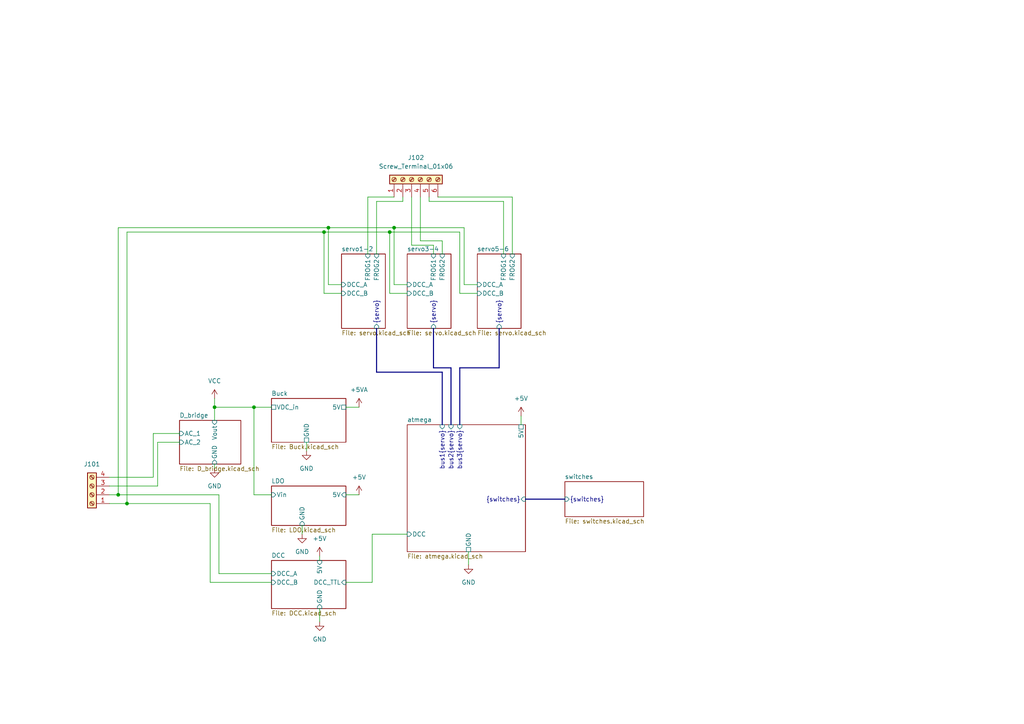
<source format=kicad_sch>
(kicad_sch (version 20230121) (generator eeschema)
  (paper "A4")
  (lib_symbols
    (symbol "Connector:Screw_Terminal_01x04" (pin_names (offset 1.016) hide)
      (property "Reference" "J" (at 0 5.08 0))
      (property "Value" "Screw_Terminal_01x04" (at 0 -7.62 0))
      (symbol "Screw_Terminal_01x04_1_1"
        (rectangle (start -1.27 3.81) (end 1.27 -6.35) (stroke (width 0.254)) (fill (type background)))
        (circle (center 0 -5.08) (radius 0.635) (stroke (width 0.1524)))
        (circle (center 0 -2.54) (radius 0.635) (stroke (width 0.1524)))
        (polyline (pts (xy -0.5334 -4.7498) (xy 0.3302 -5.588)) (stroke (width 0.1524)))
        (polyline (pts (xy -0.5334 -2.2098) (xy 0.3302 -3.048)) (stroke (width 0.1524)))
        (polyline (pts (xy -0.5334 0.3302) (xy 0.3302 -0.508)) (stroke (width 0.1524)))
        (polyline (pts (xy -0.5334 2.8702) (xy 0.3302 2.032)) (stroke (width 0.1524)))
        (polyline (pts (xy -0.3556 -4.572) (xy 0.508 -5.4102)) (stroke (width 0.1524)))
        (polyline (pts (xy -0.3556 -2.032) (xy 0.508 -2.8702)) (stroke (width 0.1524)))
        (polyline (pts (xy -0.3556 0.508) (xy 0.508 -0.3302)) (stroke (width 0.1524)))
        (polyline (pts (xy -0.3556 3.048) (xy 0.508 2.2098)) (stroke (width 0.1524)))
        (circle (center 0 0) (radius 0.635) (stroke (width 0.1524)))
        (circle (center 0 2.54) (radius 0.635) (stroke (width 0.1524)))
        (pin passive line (at -5.08 2.54 0) (length 3.81) (name "Pin_1") (number "1"))
        (pin passive line (at -5.08 0 0) (length 3.81) (name "Pin_2") (number "2"))
        (pin passive line (at -5.08 -2.54 0) (length 3.81) (name "Pin_3") (number "3"))
        (pin passive line (at -5.08 -5.08 0) (length 3.81) (name "Pin_4") (number "4"))
      )
    )
    (symbol "Connector:Screw_Terminal_01x06" (pin_names (offset 1.016) hide)
      (property "Reference" "J" (at 0 7.62 0))
      (property "Value" "Screw_Terminal_01x06" (at 0 -10.16 0))
      (symbol "Screw_Terminal_01x06_1_1"
        (rectangle (start -1.27 6.35) (end 1.27 -8.89) (stroke (width 0.254)) (fill (type background)))
        (circle (center 0 -7.62) (radius 0.635) (stroke (width 0.1524)))
        (circle (center 0 -5.08) (radius 0.635) (stroke (width 0.1524)))
        (circle (center 0 -2.54) (radius 0.635) (stroke (width 0.1524)))
        (polyline (pts (xy -0.5334 -7.2898) (xy 0.3302 -8.128)) (stroke (width 0.1524)))
        (polyline (pts (xy -0.5334 -4.7498) (xy 0.3302 -5.588)) (stroke (width 0.1524)))
        (polyline (pts (xy -0.5334 -2.2098) (xy 0.3302 -3.048)) (stroke (width 0.1524)))
        (polyline (pts (xy -0.5334 0.3302) (xy 0.3302 -0.508)) (stroke (width 0.1524)))
        (polyline (pts (xy -0.5334 2.8702) (xy 0.3302 2.032)) (stroke (width 0.1524)))
        (polyline (pts (xy -0.5334 5.4102) (xy 0.3302 4.572)) (stroke (width 0.1524)))
        (polyline (pts (xy -0.3556 -7.112) (xy 0.508 -7.9502)) (stroke (width 0.1524)))
        (polyline (pts (xy -0.3556 -4.572) (xy 0.508 -5.4102)) (stroke (width 0.1524)))
        (polyline (pts (xy -0.3556 -2.032) (xy 0.508 -2.8702)) (stroke (width 0.1524)))
        (polyline (pts (xy -0.3556 0.508) (xy 0.508 -0.3302)) (stroke (width 0.1524)))
        (polyline (pts (xy -0.3556 3.048) (xy 0.508 2.2098)) (stroke (width 0.1524)))
        (polyline (pts (xy -0.3556 5.588) (xy 0.508 4.7498)) (stroke (width 0.1524)))
        (circle (center 0 0) (radius 0.635) (stroke (width 0.1524)))
        (circle (center 0 2.54) (radius 0.635) (stroke (width 0.1524)))
        (circle (center 0 5.08) (radius 0.635) (stroke (width 0.1524)))
        (pin passive line (at -5.08 5.08 0) (length 3.81) (name "Pin_1") (number "1"))
        (pin passive line (at -5.08 2.54 0) (length 3.81) (name "Pin_2") (number "2"))
        (pin passive line (at -5.08 0 0) (length 3.81) (name "Pin_3") (number "3"))
        (pin passive line (at -5.08 -2.54 0) (length 3.81) (name "Pin_4") (number "4"))
        (pin passive line (at -5.08 -5.08 0) (length 3.81) (name "Pin_5") (number "5"))
        (pin passive line (at -5.08 -7.62 0) (length 3.81) (name "Pin_6") (number "6"))
      )
    )
    (symbol "power:+5V" (power) (pin_names (offset 0))
      (property "Value" "+5V" (at 0 3.556 0))
      (symbol "+5V_0_1"
        (polyline (pts (xy -0.762 1.27) (xy 0 2.54)))
        (polyline (pts (xy 0 0) (xy 0 2.54)))
        (polyline (pts (xy 0 2.54) (xy 0.762 1.27)))
      )
      (symbol "+5V_1_1"
        (pin power_in line (at 0 0 90) (length 0) hide (name "+5V") (number "1"))
      )
    )
    (symbol "power:+5VA" (power) (pin_names (offset 0))
      (property "Value" "+5VA" (at 0 3.556 0))
      (symbol "+5VA_0_1"
        (polyline (pts (xy -0.762 1.27) (xy 0 2.54)))
        (polyline (pts (xy 0 0) (xy 0 2.54)))
        (polyline (pts (xy 0 2.54) (xy 0.762 1.27)))
      )
      (symbol "+5VA_1_1"
        (pin power_in line (at 0 0 90) (length 0) hide (name "+5VA") (number "1"))
      )
    )
    (symbol "power:GND" (power) (pin_names (offset 0))
      (property "Value" "GND" (at 0 -3.81 0))
      (symbol "GND_0_1"
        (polyline (pts (xy 0 0) (xy 0 -1.27) (xy 1.27 -1.27) (xy 0 -2.54) (xy -1.27 -1.27) (xy 0 -1.27)))
      )
      (symbol "GND_1_1"
        (pin power_in line (at 0 0 270) (length 0) hide (name "GND") (number "1"))
      )
    )
    (symbol "power:VCC" (power) (pin_names (offset 0))
      (property "Value" "VCC" (at 0 3.81 0))
      (symbol "VCC_0_1"
        (polyline (pts (xy -0.762 1.27) (xy 0 2.54)))
        (polyline (pts (xy 0 0) (xy 0 2.54)))
        (polyline (pts (xy 0 2.54) (xy 0.762 1.27)))
      )
      (symbol "VCC_1_1"
        (pin power_in line (at 0 0 90) (length 0) hide (name "VCC") (number "1"))
      )
    )
  )
  (bus_alias "servo" (members "pin1" "pin2" "relay1" "relay2"))
  (bus_alias "switches" (members "sw1" "sw2" "sw3" "sw4" "sw5"))
  (junction (at 93.98 67.31))
  (junction (at 114.3 66.04))
  (junction (at 34.29 143.51))
  (junction (at 73.66 118.11))
  (junction (at 36.83 146.05))
  (junction (at 113.03 67.31))
  (junction (at 62.23 118.11))
  (junction (at 95.25 66.04))
  (wire (pts (xy 88.9 128.27) (xy 88.9 130.81)))
  (bus (pts (xy 144.78 106.68) (xy 144.78 95.25)))
  (bus (pts (xy 109.22 107.95) (xy 109.22 95.25)))
  (wire (pts (xy 121.92 69.85) (xy 128.27 69.85)))
  (wire (pts (xy 100.33 143.51) (xy 104.14 143.51)))
  (bus (pts (xy 125.73 95.25) (xy 125.73 106.68)))
  (wire (pts (xy 36.83 146.05) (xy 36.83 67.31)))
  (wire (pts (xy 127 57.15) (xy 148.59 57.15)))
  (wire (pts (xy 107.95 154.94) (xy 118.11 154.94)))
  (wire (pts (xy 124.46 58.42) (xy 146.05 58.42)))
  (wire (pts (xy 119.38 57.15) (xy 119.38 71.12)))
  (wire (pts (xy 114.3 82.55) (xy 114.3 66.04)))
  (wire (pts (xy 93.98 67.31) (xy 113.03 67.31)))
  (wire (pts (xy 63.5 166.37) (xy 78.74 166.37)))
  (wire (pts (xy 60.96 168.91) (xy 78.74 168.91)))
  (wire (pts (xy 99.06 82.55) (xy 95.25 82.55)))
  (wire (pts (xy 118.11 82.55) (xy 114.3 82.55)))
  (wire (pts (xy 148.59 57.15) (xy 148.59 73.66)))
  (wire (pts (xy 44.45 125.73) (xy 52.07 125.73)))
  (wire (pts (xy 62.23 134.62) (xy 62.23 135.89)))
  (wire (pts (xy 125.73 73.66) (xy 125.73 71.12)))
  (wire (pts (xy 138.43 82.55) (xy 134.62 82.55)))
  (wire (pts (xy 31.75 140.97) (xy 45.72 140.97)))
  (wire (pts (xy 73.66 118.11) (xy 73.66 143.51)))
  (wire (pts (xy 92.71 176.53) (xy 92.71 180.34)))
  (bus (pts (xy 152.4 144.78) (xy 163.83 144.78)))
  (wire (pts (xy 133.35 67.31) (xy 133.35 85.09)))
  (wire (pts (xy 31.75 143.51) (xy 34.29 143.51)))
  (wire (pts (xy 116.84 58.42) (xy 109.22 58.42)))
  (wire (pts (xy 121.92 57.15) (xy 121.92 69.85)))
  (wire (pts (xy 31.75 146.05) (xy 36.83 146.05)))
  (wire (pts (xy 106.68 73.66) (xy 106.68 57.15)))
  (wire (pts (xy 93.98 85.09) (xy 93.98 67.31)))
  (wire (pts (xy 63.5 143.51) (xy 63.5 166.37)))
  (wire (pts (xy 73.66 118.11) (xy 78.74 118.11)))
  (wire (pts (xy 60.96 146.05) (xy 60.96 168.91)))
  (wire (pts (xy 134.62 66.04) (xy 114.3 66.04)))
  (wire (pts (xy 109.22 58.42) (xy 109.22 73.66)))
  (wire (pts (xy 106.68 57.15) (xy 114.3 57.15)))
  (wire (pts (xy 73.66 143.51) (xy 78.74 143.51)))
  (wire (pts (xy 95.25 66.04) (xy 34.29 66.04)))
  (bus (pts (xy 133.35 123.19) (xy 133.35 106.68)))
  (wire (pts (xy 62.23 118.11) (xy 73.66 118.11)))
  (wire (pts (xy 34.29 143.51) (xy 63.5 143.51)))
  (bus (pts (xy 125.73 106.68) (xy 130.81 106.68)))
  (wire (pts (xy 124.46 57.15) (xy 124.46 58.42)))
  (wire (pts (xy 100.33 118.11) (xy 104.14 118.11)))
  (wire (pts (xy 62.23 115.57) (xy 62.23 118.11)))
  (wire (pts (xy 62.23 121.92) (xy 62.23 118.11)))
  (wire (pts (xy 146.05 58.42) (xy 146.05 73.66)))
  (wire (pts (xy 31.75 138.43) (xy 44.45 138.43)))
  (wire (pts (xy 36.83 67.31) (xy 93.98 67.31)))
  (wire (pts (xy 45.72 140.97) (xy 45.72 128.27)))
  (wire (pts (xy 99.06 85.09) (xy 93.98 85.09)))
  (wire (pts (xy 125.73 71.12) (xy 119.38 71.12)))
  (wire (pts (xy 134.62 66.04) (xy 134.62 82.55)))
  (wire (pts (xy 151.13 120.65) (xy 151.13 123.19)))
  (wire (pts (xy 107.95 168.91) (xy 107.95 154.94)))
  (wire (pts (xy 45.72 128.27) (xy 52.07 128.27)))
  (bus (pts (xy 133.35 106.68) (xy 144.78 106.68)))
  (bus (pts (xy 130.81 106.68) (xy 130.81 123.19)))
  (wire (pts (xy 113.03 67.31) (xy 113.03 85.09)))
  (wire (pts (xy 36.83 146.05) (xy 60.96 146.05)))
  (wire (pts (xy 92.71 161.29) (xy 92.71 162.56)))
  (wire (pts (xy 135.89 160.02) (xy 135.89 163.83)))
  (wire (pts (xy 34.29 66.04) (xy 34.29 143.51)))
  (bus (pts (xy 128.27 107.95) (xy 109.22 107.95)))
  (wire (pts (xy 95.25 82.55) (xy 95.25 66.04)))
  (bus (pts (xy 128.27 123.19) (xy 128.27 107.95)))
  (wire (pts (xy 113.03 85.09) (xy 118.11 85.09)))
  (wire (pts (xy 100.33 168.91) (xy 107.95 168.91)))
  (wire (pts (xy 128.27 69.85) (xy 128.27 73.66)))
  (wire (pts (xy 44.45 138.43) (xy 44.45 125.73)))
  (wire (pts (xy 114.3 66.04) (xy 95.25 66.04)))
  (wire (pts (xy 133.35 85.09) (xy 138.43 85.09)))
  (wire (pts (xy 87.63 152.4) (xy 87.63 154.94)))
  (wire (pts (xy 113.03 67.31) (xy 133.35 67.31)))
  (wire (pts (xy 116.84 57.15) (xy 116.84 58.42)))
  (symbol (lib_id "power:GND") (at 135.89 163.83 0) (unit 1)
    (property "Reference" "#PWR0108" (effects hide))
    (property "Value" "GND" (at 135.89 168.91 0))
  )
  (symbol (lib_id "power:+5V") (at 151.13 120.65 0) (unit 1)
    (property "Reference" "#PWR0109" (effects hide))
    (property "Value" "+5V" (at 151.13 115.57 0))
  )
  (symbol (lib_id "power:GND") (at 92.71 180.34 0) (unit 1)
    (property "Reference" "#PWR0105" (effects hide))
    (property "Value" "GND" (at 92.71 185.42 0))
  )
  (symbol (lib_id "power:+5V") (at 92.71 161.29 0) (unit 1)
    (property "Reference" "#PWR0104" (effects hide))
    (property "Value" "+5V" (at 92.71 156.21 0))
  )
  (symbol (lib_id "power:+5V") (at 104.14 143.51 0) (unit 1)
    (property "Reference" "#PWR0102" (effects hide))
    (property "Value" "+5V" (at 104.14 138.43 0))
  )
  (symbol (lib_id "power:GND") (at 87.63 154.94 0) (unit 1)
    (property "Reference" "#PWR0106" (effects hide))
    (property "Value" "GND" (at 87.63 160.02 0))
  )
  (symbol (lib_id "Connector:Screw_Terminal_01x06") (at 119.38 52.07 90) (unit 1)
    (property "Reference" "J102" (at 120.65 45.72 90))
    (property "Value" "Screw_Terminal_01x06" (at 120.65 48.26 90))
    (property "Footprint" "TerminalBlock_Phoenix:TerminalBlock_Phoenix_MKDS-1,5-6-5.08_1x06_P5.08mm_Horizontal" (effects hide))
    (property "JLCPCB Part#" "C2915642" (effects hide))
  )
  (symbol (lib_id "power:GND") (at 62.23 135.89 0) (unit 1)
    (property "Reference" "#PWR0110" (effects hide))
    (property "Value" "GND" (at 62.23 140.97 0))
  )
  (symbol (lib_id "power:+5VA") (at 104.14 118.11 0) (unit 1)
    (property "Reference" "#PWR0103" (effects hide))
    (property "Value" "+5VA" (at 104.14 113.03 0))
  )
  (symbol (lib_id "Connector:Screw_Terminal_01x04") (at 26.67 143.51 180) (unit 1)
    (property "Reference" "J101" (at 26.67 134.62 0))
    (property "Value" "Screw_Terminal_01x04" (effects hide))
    (property "Footprint" "TerminalBlock_Phoenix:TerminalBlock_Phoenix_MKDS-1,5-4-5.08_1x04_P5.08mm_Horizontal" (effects hide))
    (property "JLCPCB Part#" "C2827883" (effects hide))
  )
  (symbol (lib_id "power:VCC") (at 62.23 115.57 0) (unit 1)
    (property "Reference" "#PWR0101" (effects hide))
    (property "Value" "VCC" (at 62.23 110.49 0))
  )
  (symbol (lib_id "power:GND") (at 88.9 130.81 0) (unit 1)
    (property "Reference" "#PWR0107" (effects hide))
    (property "Value" "GND" (at 88.9 135.89 0))
  )
  (sheet (at 99.06 73.66) (size 12.7 21.59) (stroke (width 0.1524))
    (property "Sheetname" "servo1-2" (at 99.06 72.9484 0) (effects (justify left bottom)))
    (property "Sheetfile" "servo.kicad_sch" (at 99.06 95.8346 0) (effects (justify left top)))
    (pin "{servo}" input (at 109.22 95.25 270))
    (pin "DCC_A" input (at 99.06 82.55 180))
    (pin "DCC_B" input (at 99.06 85.09 180))
    (pin "FROG1" input (at 106.68 73.66 90))
    (pin "FROG2" input (at 109.22 73.66 90))
  )
  (sheet (at 163.83 139.7) (size 22.86 10.16) (stroke (width 0.1524))
    (property "Sheetname" "switches" (at 163.83 138.9884 0) (effects (justify left bottom)))
    (property "Sheetfile" "switches.kicad_sch" (at 163.83 150.4446 0) (effects (justify left top)))
    (pin "{switches}" input (at 163.83 144.78 180))
  )
  (sheet (at 52.07 121.92) (size 17.78 12.7) (stroke (width 0.1524))
    (property "Sheetname" "D_bridge" (at 52.07 121.2084 0) (effects (justify left bottom)))
    (property "Sheetfile" "D_bridge.kicad_sch" (at 52.07 135.2046 0) (effects (justify left top)))
    (pin "GND" input (at 62.23 134.62 270))
    (pin "Vout" input (at 62.23 121.92 90))
    (pin "AC_1" input (at 52.07 125.73 180))
    (pin "AC_2" input (at 52.07 128.27 180))
  )
  (sheet (at 78.74 162.56) (size 21.59 13.97) (stroke (width 0.1524))
    (property "Sheetname" "DCC" (at 78.74 161.8484 0) (effects (justify left bottom)))
    (property "Sheetfile" "DCC.kicad_sch" (at 78.74 177.1146 0) (effects (justify left top)))
    (pin "5V" input (at 92.71 162.56 90))
    (pin "DCC_TTL" input (at 100.33 168.91 0))
    (pin "GND" input (at 92.71 176.53 270))
    (pin "DCC_A" input (at 78.74 166.37 180))
    (pin "DCC_B" input (at 78.74 168.91 180))
  )
  (sheet (at 118.11 73.66) (size 12.7 21.59) (stroke (width 0.1524))
    (property "Sheetname" "servo3-4" (at 118.11 72.9484 0) (effects (justify left bottom)))
    (property "Sheetfile" "servo.kicad_sch" (at 118.11 95.8346 0) (effects (justify left top)))
    (pin "{servo}" input (at 125.73 95.25 270))
    (pin "DCC_A" input (at 118.11 82.55 180))
    (pin "DCC_B" input (at 118.11 85.09 180))
    (pin "FROG1" input (at 125.73 73.66 90))
    (pin "FROG2" input (at 128.27 73.66 90))
  )
  (sheet (at 78.74 115.57) (size 21.59 12.7) (stroke (width 0.1524))
    (property "Sheetname" "Buck" (at 78.74 114.8584 0) (effects (justify left bottom)))
    (property "Sheetfile" "Buck.kicad_sch" (at 78.74 128.8546 0) (effects (justify left top)))
    (pin "VDC_in" passive (at 78.74 118.11 180))
    (pin "5V" passive (at 100.33 118.11 0))
    (pin "GND" passive (at 88.9 128.27 270))
  )
  (sheet (at 138.43 73.66) (size 12.7 21.59) (stroke (width 0.1524))
    (property "Sheetname" "servo5-6" (at 138.43 72.9484 0) (effects (justify left bottom)))
    (property "Sheetfile" "servo.kicad_sch" (at 138.43 95.8346 0) (effects (justify left top)))
    (pin "{servo}" input (at 144.78 95.25 270))
    (pin "DCC_A" input (at 138.43 82.55 180))
    (pin "DCC_B" input (at 138.43 85.09 180))
    (pin "FROG1" input (at 146.05 73.66 90))
    (pin "FROG2" input (at 148.59 73.66 90))
  )
  (sheet (at 78.74 140.97) (size 21.59 11.43) (stroke (width 0.1524))
    (property "Sheetname" "LDO" (at 78.74 140.2584 0) (effects (justify left bottom)))
    (property "Sheetfile" "LDO.kicad_sch" (at 78.74 152.9846 0) (effects (justify left top)))
    (pin "Vin" input (at 78.74 143.51 180))
    (pin "5V" input (at 100.33 143.51 0))
    (pin "GND" input (at 87.63 152.4 270))
  )
  (sheet (at 118.11 123.19) (size 34.29 36.83) (stroke (width 0.1524))
    (property "Sheetname" "atmega" (at 118.11 122.4784 0) (effects (justify left bottom)))
    (property "Sheetfile" "atmega.kicad_sch" (at 118.11 160.6046 0) (effects (justify left top)))
    (pin "5V" passive (at 151.13 123.19 90))
    (pin "GND" passive (at 135.89 160.02 270))
    (pin "bus2{servo}" input (at 130.81 123.19 90))
    (pin "bus1{servo}" input (at 128.27 123.19 90))
    (pin "bus3{servo}" input (at 133.35 123.19 90))
    (pin "{switches}" input (at 152.4 144.78 0))
    (pin "DCC" input (at 118.11 154.94 180))
  )
)
</source>
